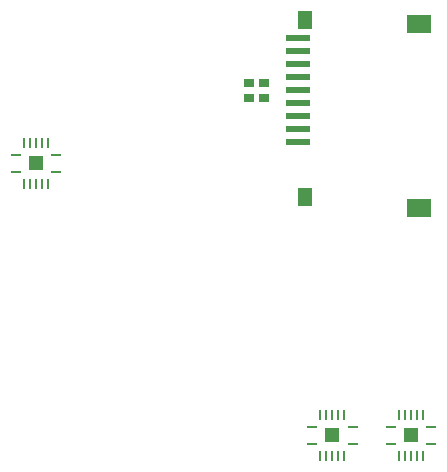
<source format=gbr>
G04 DipTrace 3.3.1.3*
G04 BottomPaste.gbr*
%MOIN*%
G04 #@! TF.FileFunction,Paste,Bot*
G04 #@! TF.Part,Single*
%ADD21R,0.035433X0.027559*%
%ADD39R,0.07874X0.023622*%
%ADD50R,0.011024X0.033465*%
%ADD51R,0.033465X0.011024*%
%ADD53R,0.049213X0.049213*%
%ADD92R,0.080709X0.061024*%
%ADD94R,0.049213X0.061024*%
%FSLAX26Y26*%
G04*
G70*
G90*
G75*
G01*
G04 BotPaste*
%LPD*%
D21*
X1318701Y2831201D3*
X1267520D3*
X1318701Y2781201D3*
X1267520D3*
D39*
X1431613Y2981201D3*
Y2937894D3*
Y2894587D3*
Y2851280D3*
Y2807972D3*
Y2764665D3*
Y2721358D3*
Y2678051D3*
Y2634744D3*
D94*
X1455196Y3040295D3*
X1455547Y2451496D3*
D92*
X1833432Y2415185D3*
X1833297Y3026803D3*
D50*
X518702Y2631201D3*
X538387D3*
X558072D3*
X577757D3*
X597442D3*
Y2495374D3*
X577757D3*
X558072D3*
X538387D3*
X518702D3*
D51*
X490159Y2533760D3*
Y2592815D3*
X625986Y2533760D3*
Y2592815D3*
D53*
X558072Y2563287D3*
D50*
X1506201Y1724951D3*
X1525886D3*
X1545571D3*
X1565256D3*
X1584941D3*
Y1589125D3*
X1565256D3*
X1545571D3*
X1525886D3*
X1506201D3*
D51*
X1477657Y1627510D3*
Y1686566D3*
X1613484Y1627510D3*
Y1686566D3*
D53*
X1545571Y1657038D3*
D50*
X1768702Y1724951D3*
X1788387D3*
X1808072D3*
X1827757D3*
X1847442D3*
Y1589125D3*
X1827757D3*
X1808072D3*
X1788387D3*
X1768702D3*
D51*
X1740159Y1627510D3*
Y1686566D3*
X1875986Y1627510D3*
Y1686566D3*
D53*
X1808072Y1657038D3*
M02*

</source>
